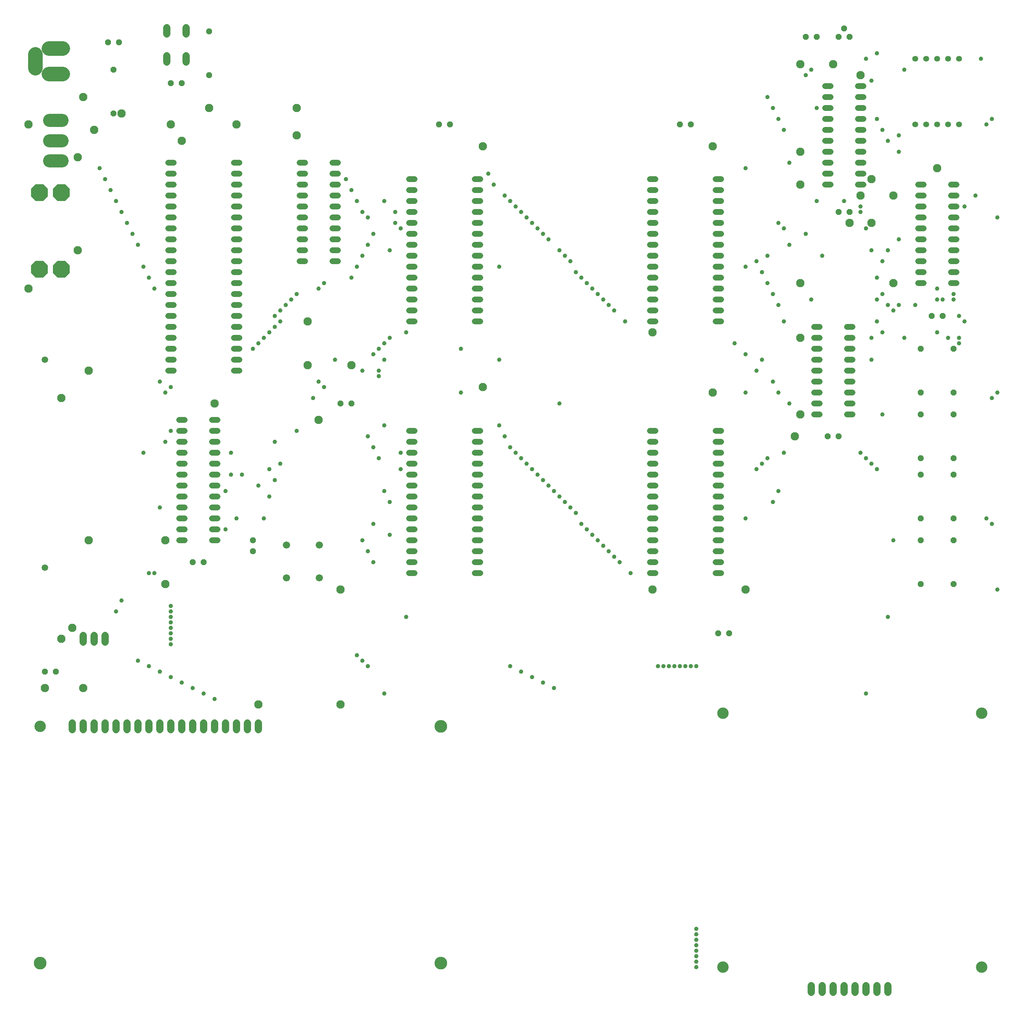
<source format=gbs>
G75*
%MOIN*%
%OFA0B0*%
%FSLAX25Y25*%
%IPPOS*%
%LPD*%
%AMOC8*
5,1,8,0,0,1.08239X$1,22.5*
%
%ADD10OC8,0.05400*%
%ADD11C,0.05400*%
%ADD12C,0.05324*%
%ADD13C,0.06600*%
%ADD14C,0.10443*%
%ADD15C,0.11624*%
%ADD16C,0.06600*%
%ADD17OC8,0.15600*%
%ADD18C,0.13261*%
%ADD19C,0.11850*%
%ADD20C,0.06506*%
%ADD21C,0.07687*%
%ADD22C,0.03969*%
%ADD23C,0.05915*%
D10*
X0475000Y0323933D03*
X0485000Y0323933D03*
X0610000Y0423933D03*
X0620000Y0423933D03*
X0665000Y0433933D03*
X0665000Y0443933D03*
X0745000Y0568933D03*
X0755000Y0568933D03*
X1090000Y0358933D03*
X1100000Y0358933D03*
X1275000Y0403933D03*
X1305000Y0403933D03*
X1305000Y0443933D03*
X1275000Y0443933D03*
X1275000Y0463933D03*
X1305000Y0463933D03*
X1305000Y0503933D03*
X1305000Y0518933D03*
X1275000Y0518933D03*
X1275000Y0503933D03*
X1275000Y0558933D03*
X1275000Y0578933D03*
X1305000Y0578933D03*
X1305000Y0558933D03*
X1305000Y0618933D03*
X1275000Y0618933D03*
X1285000Y0648933D03*
X1295000Y0648933D03*
X1210000Y0743933D03*
X1200000Y0743933D03*
X1065000Y0823933D03*
X1055000Y0823933D03*
X1170000Y0903933D03*
X1180000Y0903933D03*
X1200000Y0903933D03*
X1205000Y0911433D03*
X1210000Y0903933D03*
X0845000Y0823933D03*
X0835000Y0823933D03*
X0625000Y0868933D03*
X0600000Y0861433D03*
X0590000Y0861433D03*
X0537500Y0873933D03*
X0532500Y0898933D03*
X0542500Y0898933D03*
X0625000Y0908933D03*
X0537500Y0833933D03*
X1190000Y0538933D03*
X1200000Y0538933D03*
D11*
X1207600Y0558933D02*
X1212400Y0558933D01*
X1212400Y0568933D02*
X1207600Y0568933D01*
X1207600Y0578933D02*
X1212400Y0578933D01*
X1212400Y0588933D02*
X1207600Y0588933D01*
X1207600Y0598933D02*
X1212400Y0598933D01*
X1212400Y0608933D02*
X1207600Y0608933D01*
X1207600Y0618933D02*
X1212400Y0618933D01*
X1212400Y0628933D02*
X1207600Y0628933D01*
X1207600Y0638933D02*
X1212400Y0638933D01*
X1182400Y0638933D02*
X1177600Y0638933D01*
X1177600Y0628933D02*
X1182400Y0628933D01*
X1182400Y0618933D02*
X1177600Y0618933D01*
X1177600Y0608933D02*
X1182400Y0608933D01*
X1182400Y0598933D02*
X1177600Y0598933D01*
X1177600Y0588933D02*
X1182400Y0588933D01*
X1182400Y0578933D02*
X1177600Y0578933D01*
X1177600Y0568933D02*
X1182400Y0568933D01*
X1182400Y0558933D02*
X1177600Y0558933D01*
X1092400Y0543933D02*
X1087600Y0543933D01*
X1087600Y0533933D02*
X1092400Y0533933D01*
X1092400Y0523933D02*
X1087600Y0523933D01*
X1087600Y0513933D02*
X1092400Y0513933D01*
X1092400Y0503933D02*
X1087600Y0503933D01*
X1087600Y0493933D02*
X1092400Y0493933D01*
X1092400Y0483933D02*
X1087600Y0483933D01*
X1087600Y0473933D02*
X1092400Y0473933D01*
X1092400Y0463933D02*
X1087600Y0463933D01*
X1087600Y0453933D02*
X1092400Y0453933D01*
X1092400Y0443933D02*
X1087600Y0443933D01*
X1087600Y0433933D02*
X1092400Y0433933D01*
X1092400Y0423933D02*
X1087600Y0423933D01*
X1087600Y0413933D02*
X1092400Y0413933D01*
X1032400Y0413933D02*
X1027600Y0413933D01*
X1027600Y0423933D02*
X1032400Y0423933D01*
X1032400Y0433933D02*
X1027600Y0433933D01*
X1027600Y0443933D02*
X1032400Y0443933D01*
X1032400Y0453933D02*
X1027600Y0453933D01*
X1027600Y0463933D02*
X1032400Y0463933D01*
X1032400Y0473933D02*
X1027600Y0473933D01*
X1027600Y0483933D02*
X1032400Y0483933D01*
X1032400Y0493933D02*
X1027600Y0493933D01*
X1027600Y0503933D02*
X1032400Y0503933D01*
X1032400Y0513933D02*
X1027600Y0513933D01*
X1027600Y0523933D02*
X1032400Y0523933D01*
X1032400Y0533933D02*
X1027600Y0533933D01*
X1027600Y0543933D02*
X1032400Y0543933D01*
X1032400Y0643933D02*
X1027600Y0643933D01*
X1027600Y0653933D02*
X1032400Y0653933D01*
X1032400Y0663933D02*
X1027600Y0663933D01*
X1027600Y0673933D02*
X1032400Y0673933D01*
X1032400Y0683933D02*
X1027600Y0683933D01*
X1027600Y0693933D02*
X1032400Y0693933D01*
X1032400Y0703933D02*
X1027600Y0703933D01*
X1027600Y0713933D02*
X1032400Y0713933D01*
X1032400Y0723933D02*
X1027600Y0723933D01*
X1027600Y0733933D02*
X1032400Y0733933D01*
X1032400Y0743933D02*
X1027600Y0743933D01*
X1027600Y0753933D02*
X1032400Y0753933D01*
X1032400Y0763933D02*
X1027600Y0763933D01*
X1027600Y0773933D02*
X1032400Y0773933D01*
X1087600Y0773933D02*
X1092400Y0773933D01*
X1092400Y0763933D02*
X1087600Y0763933D01*
X1087600Y0753933D02*
X1092400Y0753933D01*
X1092400Y0743933D02*
X1087600Y0743933D01*
X1087600Y0733933D02*
X1092400Y0733933D01*
X1092400Y0723933D02*
X1087600Y0723933D01*
X1087600Y0713933D02*
X1092400Y0713933D01*
X1092400Y0703933D02*
X1087600Y0703933D01*
X1087600Y0693933D02*
X1092400Y0693933D01*
X1092400Y0683933D02*
X1087600Y0683933D01*
X1087600Y0673933D02*
X1092400Y0673933D01*
X1092400Y0663933D02*
X1087600Y0663933D01*
X1087600Y0653933D02*
X1092400Y0653933D01*
X1092400Y0643933D02*
X1087600Y0643933D01*
X1187600Y0768933D02*
X1192400Y0768933D01*
X1192400Y0778933D02*
X1187600Y0778933D01*
X1187600Y0788933D02*
X1192400Y0788933D01*
X1192400Y0798933D02*
X1187600Y0798933D01*
X1187600Y0808933D02*
X1192400Y0808933D01*
X1192400Y0818933D02*
X1187600Y0818933D01*
X1187600Y0828933D02*
X1192400Y0828933D01*
X1192400Y0838933D02*
X1187600Y0838933D01*
X1187600Y0848933D02*
X1192400Y0848933D01*
X1192400Y0858933D02*
X1187600Y0858933D01*
X1217600Y0858933D02*
X1222400Y0858933D01*
X1222400Y0848933D02*
X1217600Y0848933D01*
X1217600Y0838933D02*
X1222400Y0838933D01*
X1222400Y0828933D02*
X1217600Y0828933D01*
X1217600Y0818933D02*
X1222400Y0818933D01*
X1222400Y0808933D02*
X1217600Y0808933D01*
X1217600Y0798933D02*
X1222400Y0798933D01*
X1222400Y0788933D02*
X1217600Y0788933D01*
X1217600Y0778933D02*
X1222400Y0778933D01*
X1222400Y0768933D02*
X1217600Y0768933D01*
X1272600Y0768933D02*
X1277400Y0768933D01*
X1277400Y0758933D02*
X1272600Y0758933D01*
X1272600Y0748933D02*
X1277400Y0748933D01*
X1277400Y0738933D02*
X1272600Y0738933D01*
X1272600Y0728933D02*
X1277400Y0728933D01*
X1277400Y0718933D02*
X1272600Y0718933D01*
X1272600Y0708933D02*
X1277400Y0708933D01*
X1277400Y0698933D02*
X1272600Y0698933D01*
X1272600Y0688933D02*
X1277400Y0688933D01*
X1277400Y0678933D02*
X1272600Y0678933D01*
X1302600Y0678933D02*
X1307400Y0678933D01*
X1307400Y0688933D02*
X1302600Y0688933D01*
X1302600Y0698933D02*
X1307400Y0698933D01*
X1307400Y0708933D02*
X1302600Y0708933D01*
X1302600Y0718933D02*
X1307400Y0718933D01*
X1307400Y0728933D02*
X1302600Y0728933D01*
X1302600Y0738933D02*
X1307400Y0738933D01*
X1307400Y0748933D02*
X1302600Y0748933D01*
X1302600Y0758933D02*
X1307400Y0758933D01*
X1307400Y0768933D02*
X1302600Y0768933D01*
X0872400Y0763933D02*
X0867600Y0763933D01*
X0867600Y0753933D02*
X0872400Y0753933D01*
X0872400Y0743933D02*
X0867600Y0743933D01*
X0867600Y0733933D02*
X0872400Y0733933D01*
X0872400Y0723933D02*
X0867600Y0723933D01*
X0867600Y0713933D02*
X0872400Y0713933D01*
X0872400Y0703933D02*
X0867600Y0703933D01*
X0867600Y0693933D02*
X0872400Y0693933D01*
X0872400Y0683933D02*
X0867600Y0683933D01*
X0867600Y0673933D02*
X0872400Y0673933D01*
X0872400Y0663933D02*
X0867600Y0663933D01*
X0867600Y0653933D02*
X0872400Y0653933D01*
X0872400Y0643933D02*
X0867600Y0643933D01*
X0812400Y0643933D02*
X0807600Y0643933D01*
X0807600Y0653933D02*
X0812400Y0653933D01*
X0812400Y0663933D02*
X0807600Y0663933D01*
X0807600Y0673933D02*
X0812400Y0673933D01*
X0812400Y0683933D02*
X0807600Y0683933D01*
X0807600Y0693933D02*
X0812400Y0693933D01*
X0812400Y0703933D02*
X0807600Y0703933D01*
X0807600Y0713933D02*
X0812400Y0713933D01*
X0812400Y0723933D02*
X0807600Y0723933D01*
X0807600Y0733933D02*
X0812400Y0733933D01*
X0812400Y0743933D02*
X0807600Y0743933D01*
X0807600Y0753933D02*
X0812400Y0753933D01*
X0812400Y0763933D02*
X0807600Y0763933D01*
X0807600Y0773933D02*
X0812400Y0773933D01*
X0867600Y0773933D02*
X0872400Y0773933D01*
X0742400Y0768933D02*
X0737600Y0768933D01*
X0737600Y0758933D02*
X0742400Y0758933D01*
X0742400Y0748933D02*
X0737600Y0748933D01*
X0737600Y0738933D02*
X0742400Y0738933D01*
X0742400Y0728933D02*
X0737600Y0728933D01*
X0737600Y0718933D02*
X0742400Y0718933D01*
X0742400Y0708933D02*
X0737600Y0708933D01*
X0737600Y0698933D02*
X0742400Y0698933D01*
X0712400Y0698933D02*
X0707600Y0698933D01*
X0707600Y0708933D02*
X0712400Y0708933D01*
X0712400Y0718933D02*
X0707600Y0718933D01*
X0707600Y0728933D02*
X0712400Y0728933D01*
X0712400Y0738933D02*
X0707600Y0738933D01*
X0707600Y0748933D02*
X0712400Y0748933D01*
X0712400Y0758933D02*
X0707600Y0758933D01*
X0707600Y0768933D02*
X0712400Y0768933D01*
X0712400Y0778933D02*
X0707600Y0778933D01*
X0707600Y0788933D02*
X0712400Y0788933D01*
X0737600Y0788933D02*
X0742400Y0788933D01*
X0742400Y0778933D02*
X0737600Y0778933D01*
X0652400Y0778933D02*
X0647600Y0778933D01*
X0647600Y0768933D02*
X0652400Y0768933D01*
X0652400Y0758933D02*
X0647600Y0758933D01*
X0647600Y0748933D02*
X0652400Y0748933D01*
X0652400Y0738933D02*
X0647600Y0738933D01*
X0647600Y0728933D02*
X0652400Y0728933D01*
X0652400Y0718933D02*
X0647600Y0718933D01*
X0647600Y0708933D02*
X0652400Y0708933D01*
X0652400Y0698933D02*
X0647600Y0698933D01*
X0647600Y0688933D02*
X0652400Y0688933D01*
X0652400Y0678933D02*
X0647600Y0678933D01*
X0647600Y0668933D02*
X0652400Y0668933D01*
X0652400Y0658933D02*
X0647600Y0658933D01*
X0647600Y0648933D02*
X0652400Y0648933D01*
X0652400Y0638933D02*
X0647600Y0638933D01*
X0647600Y0628933D02*
X0652400Y0628933D01*
X0652400Y0618933D02*
X0647600Y0618933D01*
X0647600Y0608933D02*
X0652400Y0608933D01*
X0652400Y0598933D02*
X0647600Y0598933D01*
X0592400Y0598933D02*
X0587600Y0598933D01*
X0587600Y0608933D02*
X0592400Y0608933D01*
X0592400Y0618933D02*
X0587600Y0618933D01*
X0587600Y0628933D02*
X0592400Y0628933D01*
X0592400Y0638933D02*
X0587600Y0638933D01*
X0587600Y0648933D02*
X0592400Y0648933D01*
X0592400Y0658933D02*
X0587600Y0658933D01*
X0587600Y0668933D02*
X0592400Y0668933D01*
X0592400Y0678933D02*
X0587600Y0678933D01*
X0587600Y0688933D02*
X0592400Y0688933D01*
X0592400Y0698933D02*
X0587600Y0698933D01*
X0587600Y0708933D02*
X0592400Y0708933D01*
X0592400Y0718933D02*
X0587600Y0718933D01*
X0587600Y0728933D02*
X0592400Y0728933D01*
X0592400Y0738933D02*
X0587600Y0738933D01*
X0587600Y0748933D02*
X0592400Y0748933D01*
X0592400Y0758933D02*
X0587600Y0758933D01*
X0587600Y0768933D02*
X0592400Y0768933D01*
X0592400Y0778933D02*
X0587600Y0778933D01*
X0587600Y0788933D02*
X0592400Y0788933D01*
X0647600Y0788933D02*
X0652400Y0788933D01*
X0632400Y0553933D02*
X0627600Y0553933D01*
X0627600Y0543933D02*
X0632400Y0543933D01*
X0632400Y0533933D02*
X0627600Y0533933D01*
X0627600Y0523933D02*
X0632400Y0523933D01*
X0632400Y0513933D02*
X0627600Y0513933D01*
X0627600Y0503933D02*
X0632400Y0503933D01*
X0632400Y0493933D02*
X0627600Y0493933D01*
X0627600Y0483933D02*
X0632400Y0483933D01*
X0632400Y0473933D02*
X0627600Y0473933D01*
X0627600Y0463933D02*
X0632400Y0463933D01*
X0632400Y0453933D02*
X0627600Y0453933D01*
X0627600Y0443933D02*
X0632400Y0443933D01*
X0602400Y0443933D02*
X0597600Y0443933D01*
X0597600Y0453933D02*
X0602400Y0453933D01*
X0602400Y0463933D02*
X0597600Y0463933D01*
X0597600Y0473933D02*
X0602400Y0473933D01*
X0602400Y0483933D02*
X0597600Y0483933D01*
X0597600Y0493933D02*
X0602400Y0493933D01*
X0602400Y0503933D02*
X0597600Y0503933D01*
X0597600Y0513933D02*
X0602400Y0513933D01*
X0602400Y0523933D02*
X0597600Y0523933D01*
X0597600Y0533933D02*
X0602400Y0533933D01*
X0602400Y0543933D02*
X0597600Y0543933D01*
X0597600Y0553933D02*
X0602400Y0553933D01*
X0807600Y0543933D02*
X0812400Y0543933D01*
X0812400Y0533933D02*
X0807600Y0533933D01*
X0807600Y0523933D02*
X0812400Y0523933D01*
X0812400Y0513933D02*
X0807600Y0513933D01*
X0807600Y0503933D02*
X0812400Y0503933D01*
X0812400Y0493933D02*
X0807600Y0493933D01*
X0807600Y0483933D02*
X0812400Y0483933D01*
X0812400Y0473933D02*
X0807600Y0473933D01*
X0807600Y0463933D02*
X0812400Y0463933D01*
X0812400Y0453933D02*
X0807600Y0453933D01*
X0807600Y0443933D02*
X0812400Y0443933D01*
X0812400Y0433933D02*
X0807600Y0433933D01*
X0807600Y0423933D02*
X0812400Y0423933D01*
X0812400Y0413933D02*
X0807600Y0413933D01*
X0867600Y0413933D02*
X0872400Y0413933D01*
X0872400Y0423933D02*
X0867600Y0423933D01*
X0867600Y0433933D02*
X0872400Y0433933D01*
X0872400Y0443933D02*
X0867600Y0443933D01*
X0867600Y0453933D02*
X0872400Y0453933D01*
X0872400Y0463933D02*
X0867600Y0463933D01*
X0867600Y0473933D02*
X0872400Y0473933D01*
X0872400Y0483933D02*
X0867600Y0483933D01*
X0867600Y0493933D02*
X0872400Y0493933D01*
X0872400Y0503933D02*
X0867600Y0503933D01*
X0867600Y0513933D02*
X0872400Y0513933D01*
X0872400Y0523933D02*
X0867600Y0523933D01*
X0867600Y0533933D02*
X0872400Y0533933D01*
X0872400Y0543933D02*
X0867600Y0543933D01*
D12*
X1270000Y0823933D03*
X1280000Y0823933D03*
X1290000Y0823933D03*
X1300000Y0823933D03*
X1310000Y0823933D03*
X1310000Y0883933D03*
X1300000Y0883933D03*
X1290000Y0883933D03*
X1280000Y0883933D03*
X1270000Y0883933D03*
D13*
X0530000Y0356933D02*
X0530000Y0350933D01*
X0520000Y0350933D02*
X0520000Y0356933D01*
X0510000Y0356933D02*
X0510000Y0350933D01*
X0510000Y0276933D02*
X0510000Y0270933D01*
X0500000Y0270933D02*
X0500000Y0276933D01*
X0520000Y0276933D02*
X0520000Y0270933D01*
X0530000Y0270933D02*
X0530000Y0276933D01*
X0540000Y0276933D02*
X0540000Y0270933D01*
X0550000Y0270933D02*
X0550000Y0276933D01*
X0560000Y0276933D02*
X0560000Y0270933D01*
X0570000Y0270933D02*
X0570000Y0276933D01*
X0580000Y0276933D02*
X0580000Y0270933D01*
X0590000Y0270933D02*
X0590000Y0276933D01*
X0600000Y0276933D02*
X0600000Y0270933D01*
X0610000Y0270933D02*
X0610000Y0276933D01*
X0620000Y0276933D02*
X0620000Y0270933D01*
X0630000Y0270933D02*
X0630000Y0276933D01*
X0640000Y0276933D02*
X0640000Y0270933D01*
X0650000Y0270933D02*
X0650000Y0276933D01*
X0660000Y0276933D02*
X0660000Y0270933D01*
X0670000Y0270933D02*
X0670000Y0276933D01*
X1175000Y0036933D02*
X1175000Y0030933D01*
X1185000Y0030933D02*
X1185000Y0036933D01*
X1195000Y0036933D02*
X1195000Y0030933D01*
X1205000Y0030933D02*
X1205000Y0036933D01*
X1215000Y0036933D02*
X1215000Y0030933D01*
X1225000Y0030933D02*
X1225000Y0036933D01*
X1235000Y0036933D02*
X1235000Y0030933D01*
X1245000Y0030933D02*
X1245000Y0036933D01*
D14*
X1330512Y0053618D03*
X1094291Y0053618D03*
X1094291Y0285902D03*
X1330512Y0285902D03*
X0470472Y0273933D03*
D15*
X0470472Y0057398D03*
X0836614Y0057398D03*
X0836614Y0273933D03*
D16*
X0725500Y0409433D03*
X0695500Y0409433D03*
X0695500Y0439433D03*
X0725500Y0439433D03*
D17*
X0490000Y0691433D03*
X0470000Y0691433D03*
X0470000Y0761433D03*
X0490000Y0761433D03*
D18*
X0491331Y0869622D02*
X0478669Y0869622D01*
X0466102Y0875102D02*
X0466102Y0887764D01*
X0478669Y0893244D02*
X0491331Y0893244D01*
D19*
X0490625Y0827433D02*
X0479375Y0827433D01*
X0479375Y0808933D02*
X0490625Y0808933D01*
X0490625Y0790433D02*
X0479375Y0790433D01*
D20*
X0586142Y0880685D02*
X0586142Y0886591D01*
X0603858Y0886591D02*
X0603858Y0880685D01*
X0603858Y0906276D02*
X0603858Y0912181D01*
X0586142Y0912181D02*
X0586142Y0906276D01*
D21*
X0510000Y0848933D03*
X0520000Y0818933D03*
X0505000Y0793933D03*
X0460000Y0823933D03*
X0545000Y0833933D03*
X0590000Y0823933D03*
X0600000Y0808933D03*
X0625000Y0838933D03*
X0650000Y0823933D03*
X0705000Y0813933D03*
X0705000Y0838933D03*
X0875000Y0803933D03*
X1085000Y0803933D03*
X1165000Y0798933D03*
X1165000Y0768933D03*
X1220000Y0758933D03*
X1230000Y0773933D03*
X1250000Y0758933D03*
X1230000Y0733933D03*
X1210000Y0733933D03*
X1250000Y0678933D03*
X1165000Y0678933D03*
X1165000Y0628933D03*
X1085000Y0578933D03*
X1160000Y0538933D03*
X1165000Y0558933D03*
X1030000Y0633933D03*
X0875000Y0583933D03*
X0755000Y0603933D03*
X0715000Y0603933D03*
X0715000Y0643933D03*
X0630000Y0568933D03*
X0725000Y0553933D03*
X0585000Y0443933D03*
X0585000Y0403933D03*
X0515000Y0443933D03*
X0500000Y0363933D03*
X0490000Y0353933D03*
X0475000Y0308933D03*
X0510000Y0308933D03*
X0670000Y0293933D03*
X0745000Y0293933D03*
X0745000Y0398933D03*
X0490000Y0573933D03*
X0515000Y0598933D03*
X0460000Y0673933D03*
X0505000Y0708933D03*
X1030000Y0398933D03*
X1115000Y0398933D03*
X1290000Y0783933D03*
X1220000Y0868933D03*
X1195000Y0878933D03*
X1165000Y0878933D03*
D22*
X1175000Y0873933D03*
X1170000Y0868933D03*
X1135000Y0848933D03*
X1140000Y0838933D03*
X1145000Y0828933D03*
X1150000Y0818933D03*
X1180000Y0838933D03*
X1235000Y0828933D03*
X1240000Y0818933D03*
X1245000Y0808933D03*
X1255000Y0813933D03*
X1255000Y0798933D03*
X1220000Y0748933D03*
X1220000Y0743933D03*
X1225000Y0728933D03*
X1230000Y0708933D03*
X1245000Y0708933D03*
X1255000Y0718933D03*
X1240000Y0698933D03*
X1235000Y0683933D03*
X1240000Y0668933D03*
X1235000Y0663933D03*
X1245000Y0658933D03*
X1250000Y0653933D03*
X1255000Y0658933D03*
X1235000Y0643933D03*
X1240000Y0633933D03*
X1230000Y0628933D03*
X1230000Y0608933D03*
X1260000Y0628933D03*
X1290000Y0633933D03*
X1300000Y0628933D03*
X1310000Y0628933D03*
X1310000Y0623933D03*
X1315000Y0643933D03*
X1310000Y0648933D03*
X1305000Y0663933D03*
X1305000Y0668933D03*
X1295000Y0663933D03*
X1290000Y0663933D03*
X1290000Y0673933D03*
X1270000Y0658933D03*
X1185000Y0703933D03*
X1170000Y0723933D03*
X1155000Y0713933D03*
X1135000Y0703933D03*
X1125000Y0698933D03*
X1130000Y0688933D03*
X1135000Y0678933D03*
X1140000Y0668933D03*
X1145000Y0658933D03*
X1150000Y0643933D03*
X1175000Y0663933D03*
X1115000Y0693933D03*
X1150000Y0728933D03*
X1145000Y0733933D03*
X1180000Y0753933D03*
X1205000Y0753933D03*
X1155000Y0788933D03*
X1115000Y0783933D03*
X1230000Y0863933D03*
X1225000Y0883933D03*
X1235000Y0888933D03*
X1260000Y0873933D03*
X1330000Y0883933D03*
X1340000Y0828933D03*
X1335000Y0823933D03*
X1325000Y0758933D03*
X1315000Y0748933D03*
X1345000Y0738933D03*
X1130000Y0608933D03*
X1125000Y0598933D03*
X1140000Y0588933D03*
X1145000Y0578933D03*
X1155000Y0568933D03*
X1115000Y0578933D03*
X1115000Y0613933D03*
X1105000Y0623933D03*
X1005000Y0643933D03*
X0995000Y0653933D03*
X0990000Y0658933D03*
X0985000Y0663933D03*
X0980000Y0668933D03*
X0975000Y0673933D03*
X0970000Y0678933D03*
X0965000Y0683933D03*
X0960000Y0688933D03*
X0955000Y0698933D03*
X0950000Y0703933D03*
X0945000Y0708933D03*
X0935000Y0718933D03*
X0930000Y0723933D03*
X0925000Y0728933D03*
X0920000Y0733933D03*
X0915000Y0738933D03*
X0910000Y0743933D03*
X0905000Y0748933D03*
X0900000Y0753933D03*
X0895000Y0758933D03*
X0885000Y0768933D03*
X0880000Y0778933D03*
X0800000Y0728933D03*
X0795000Y0733933D03*
X0795000Y0743933D03*
X0785000Y0753933D03*
X0770000Y0738933D03*
X0765000Y0743933D03*
X0760000Y0753933D03*
X0755000Y0763933D03*
X0750000Y0773933D03*
X0775000Y0723933D03*
X0770000Y0713933D03*
X0765000Y0703933D03*
X0760000Y0693933D03*
X0755000Y0683933D03*
X0730000Y0678933D03*
X0725000Y0673933D03*
X0705000Y0668933D03*
X0700000Y0663933D03*
X0695000Y0658933D03*
X0690000Y0653933D03*
X0685000Y0648933D03*
X0690000Y0643933D03*
X0685000Y0638933D03*
X0680000Y0633933D03*
X0675000Y0628933D03*
X0670000Y0623933D03*
X0665000Y0618933D03*
X0725000Y0588933D03*
X0730000Y0583933D03*
X0720000Y0573933D03*
X0705000Y0543933D03*
X0685000Y0533933D03*
X0690000Y0513933D03*
X0680000Y0508933D03*
X0685000Y0498933D03*
X0680000Y0483933D03*
X0670000Y0493933D03*
X0655000Y0503933D03*
X0645000Y0503933D03*
X0640000Y0488933D03*
X0650000Y0463933D03*
X0640000Y0453933D03*
X0675000Y0463933D03*
X0645000Y0523933D03*
X0590000Y0543933D03*
X0585000Y0533933D03*
X0565000Y0523933D03*
X0580000Y0473933D03*
X0575000Y0413933D03*
X0570000Y0413933D03*
X0545000Y0388933D03*
X0540000Y0378933D03*
X0590000Y0378933D03*
X0590000Y0373933D03*
X0590000Y0368933D03*
X0590000Y0363933D03*
X0590000Y0358933D03*
X0590000Y0353933D03*
X0590000Y0348933D03*
X0580000Y0323933D03*
X0590000Y0318933D03*
X0600000Y0313933D03*
X0610000Y0308933D03*
X0620000Y0303933D03*
X0630000Y0298933D03*
X0570000Y0328933D03*
X0560000Y0333933D03*
X0590000Y0383933D03*
X0760000Y0338933D03*
X0765000Y0333933D03*
X0770000Y0328933D03*
X0785000Y0303933D03*
X0805000Y0373933D03*
X0775000Y0423933D03*
X0770000Y0433933D03*
X0765000Y0443933D03*
X0775000Y0458933D03*
X0790000Y0448933D03*
X0790000Y0478933D03*
X0785000Y0488933D03*
X0800000Y0508933D03*
X0800000Y0523933D03*
X0780000Y0518933D03*
X0775000Y0528933D03*
X0770000Y0538933D03*
X0785000Y0548933D03*
X0780000Y0593933D03*
X0780000Y0598933D03*
X0785000Y0608933D03*
X0775000Y0613933D03*
X0780000Y0618933D03*
X0785000Y0623933D03*
X0790000Y0628933D03*
X0805000Y0633933D03*
X0855000Y0618933D03*
X0890000Y0608933D03*
X0855000Y0578933D03*
X0890000Y0548933D03*
X0895000Y0538933D03*
X0900000Y0528933D03*
X0905000Y0523933D03*
X0910000Y0518933D03*
X0915000Y0513933D03*
X0920000Y0508933D03*
X0925000Y0503933D03*
X0930000Y0498933D03*
X0935000Y0493933D03*
X0940000Y0488933D03*
X0945000Y0483933D03*
X0950000Y0478933D03*
X0955000Y0473933D03*
X0960000Y0468933D03*
X0965000Y0458933D03*
X0970000Y0453933D03*
X0975000Y0448933D03*
X0980000Y0443933D03*
X0985000Y0438933D03*
X0990000Y0433933D03*
X0995000Y0428933D03*
X1000000Y0423933D03*
X1010000Y0413933D03*
X1115000Y0463933D03*
X1140000Y0478933D03*
X1145000Y0488933D03*
X1125000Y0508933D03*
X1130000Y0513933D03*
X1135000Y0518933D03*
X1150000Y0523933D03*
X1220000Y0523933D03*
X1225000Y0518933D03*
X1230000Y0513933D03*
X1235000Y0508933D03*
X1240000Y0558933D03*
X1340000Y0573933D03*
X1345000Y0578933D03*
X1335000Y0463933D03*
X1340000Y0458933D03*
X1345000Y0398933D03*
X1245000Y0373933D03*
X1250000Y0443933D03*
X1070000Y0328933D03*
X1065000Y0328933D03*
X1060000Y0328933D03*
X1055000Y0328933D03*
X1050000Y0328933D03*
X1045000Y0328933D03*
X1040000Y0328933D03*
X1035000Y0328933D03*
X0940000Y0308933D03*
X0930000Y0313933D03*
X0920000Y0318933D03*
X0910000Y0323933D03*
X0900000Y0328933D03*
X1225000Y0303933D03*
X1070000Y0088933D03*
X1070000Y0083933D03*
X1070000Y0078933D03*
X1070000Y0073933D03*
X1070000Y0068933D03*
X1070000Y0063933D03*
X1070000Y0058933D03*
X1070000Y0053933D03*
X0945000Y0568933D03*
X0890000Y0693933D03*
X0790000Y0708933D03*
X0740000Y0608933D03*
X0765000Y0598933D03*
X0590000Y0583933D03*
X0585000Y0578933D03*
X0580000Y0588933D03*
X0575000Y0673933D03*
X0570000Y0683933D03*
X0565000Y0693933D03*
X0560000Y0713933D03*
X0555000Y0723933D03*
X0550000Y0733933D03*
X0545000Y0743933D03*
X0540000Y0753933D03*
X0535000Y0763933D03*
X0530000Y0773933D03*
X0525000Y0783933D03*
D23*
X0475000Y0608933D03*
X0475000Y0418933D03*
M02*

</source>
